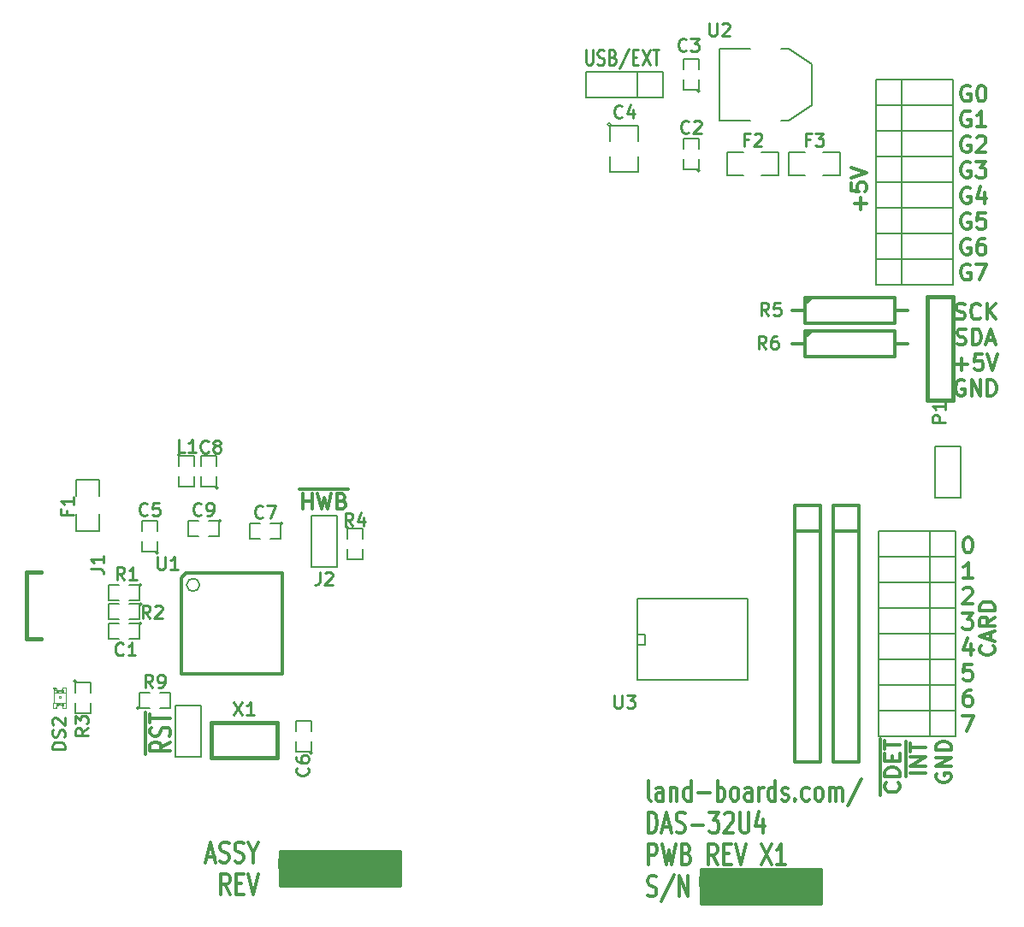
<source format=gto>
G04 (created by PCBNEW (2013-04-19 BZR 4011)-stable) date 05/06/2014 14:59:41*
%MOIN*%
G04 Gerber Fmt 3.4, Leading zero omitted, Abs format*
%FSLAX34Y34*%
G01*
G70*
G90*
G04 APERTURE LIST*
%ADD10C,0*%
%ADD11C,0.012*%
%ADD12C,0.01125*%
%ADD13C,0.025*%
%ADD14C,0.015*%
%ADD15C,0.005*%
%ADD16C,0.0026*%
%ADD17C,0.004*%
%ADD18C,0.002*%
%ADD19C,0.008*%
%ADD20C,0.006*%
%ADD21C,0.01*%
G04 APERTURE END LIST*
G54D10*
G54D11*
X10185Y-21742D02*
X10185Y-21142D01*
X10185Y-21428D02*
X10528Y-21428D01*
X10528Y-21742D02*
X10528Y-21142D01*
X10757Y-21142D02*
X10900Y-21742D01*
X11014Y-21314D01*
X11128Y-21742D01*
X11271Y-21142D01*
X11700Y-21428D02*
X11785Y-21457D01*
X11814Y-21485D01*
X11842Y-21542D01*
X11842Y-21628D01*
X11814Y-21685D01*
X11785Y-21714D01*
X11728Y-21742D01*
X11500Y-21742D01*
X11500Y-21142D01*
X11700Y-21142D01*
X11757Y-21171D01*
X11785Y-21200D01*
X11814Y-21257D01*
X11814Y-21314D01*
X11785Y-21371D01*
X11757Y-21400D01*
X11700Y-21428D01*
X11500Y-21428D01*
X10042Y-20960D02*
X11957Y-20960D01*
X6442Y-35295D02*
X6728Y-35295D01*
X6385Y-35523D02*
X6585Y-34723D01*
X6785Y-35523D01*
X6957Y-35485D02*
X7042Y-35523D01*
X7185Y-35523D01*
X7242Y-35485D01*
X7271Y-35447D01*
X7299Y-35371D01*
X7299Y-35295D01*
X7271Y-35219D01*
X7242Y-35180D01*
X7185Y-35142D01*
X7071Y-35104D01*
X7014Y-35066D01*
X6985Y-35028D01*
X6957Y-34952D01*
X6957Y-34876D01*
X6985Y-34800D01*
X7014Y-34761D01*
X7071Y-34723D01*
X7214Y-34723D01*
X7299Y-34761D01*
X7528Y-35485D02*
X7614Y-35523D01*
X7757Y-35523D01*
X7814Y-35485D01*
X7842Y-35447D01*
X7871Y-35371D01*
X7871Y-35295D01*
X7842Y-35219D01*
X7814Y-35180D01*
X7757Y-35142D01*
X7642Y-35104D01*
X7585Y-35066D01*
X7557Y-35028D01*
X7528Y-34952D01*
X7528Y-34876D01*
X7557Y-34800D01*
X7585Y-34761D01*
X7642Y-34723D01*
X7785Y-34723D01*
X7871Y-34761D01*
X8242Y-35142D02*
X8242Y-35523D01*
X8042Y-34723D02*
X8242Y-35142D01*
X8442Y-34723D01*
X7328Y-36763D02*
X7128Y-36382D01*
X6985Y-36763D02*
X6985Y-35963D01*
X7214Y-35963D01*
X7271Y-36001D01*
X7300Y-36040D01*
X7328Y-36116D01*
X7328Y-36230D01*
X7300Y-36306D01*
X7271Y-36344D01*
X7214Y-36382D01*
X6985Y-36382D01*
X7585Y-36344D02*
X7785Y-36344D01*
X7871Y-36763D02*
X7585Y-36763D01*
X7585Y-35963D01*
X7871Y-35963D01*
X8042Y-35963D02*
X8242Y-36763D01*
X8442Y-35963D01*
X31914Y-10071D02*
X31914Y-9614D01*
X32142Y-9842D02*
X31685Y-9842D01*
X31542Y-9042D02*
X31542Y-9328D01*
X31828Y-9357D01*
X31800Y-9328D01*
X31771Y-9271D01*
X31771Y-9128D01*
X31800Y-9071D01*
X31828Y-9042D01*
X31885Y-9014D01*
X32028Y-9014D01*
X32085Y-9042D01*
X32114Y-9071D01*
X32142Y-9128D01*
X32142Y-9271D01*
X32114Y-9328D01*
X32085Y-9357D01*
X31542Y-8842D02*
X32142Y-8642D01*
X31542Y-8442D01*
X36166Y-5257D02*
X36106Y-5227D01*
X36017Y-5227D01*
X35927Y-5257D01*
X35868Y-5317D01*
X35838Y-5376D01*
X35808Y-5495D01*
X35808Y-5585D01*
X35838Y-5704D01*
X35868Y-5763D01*
X35927Y-5823D01*
X36017Y-5852D01*
X36076Y-5852D01*
X36166Y-5823D01*
X36195Y-5793D01*
X36195Y-5585D01*
X36076Y-5585D01*
X36582Y-5227D02*
X36642Y-5227D01*
X36701Y-5257D01*
X36731Y-5287D01*
X36761Y-5347D01*
X36791Y-5466D01*
X36791Y-5614D01*
X36761Y-5733D01*
X36731Y-5793D01*
X36701Y-5823D01*
X36642Y-5852D01*
X36582Y-5852D01*
X36523Y-5823D01*
X36493Y-5793D01*
X36463Y-5733D01*
X36433Y-5614D01*
X36433Y-5466D01*
X36463Y-5347D01*
X36493Y-5287D01*
X36523Y-5257D01*
X36582Y-5227D01*
X36166Y-6252D02*
X36106Y-6222D01*
X36017Y-6222D01*
X35927Y-6252D01*
X35868Y-6312D01*
X35838Y-6371D01*
X35808Y-6490D01*
X35808Y-6580D01*
X35838Y-6699D01*
X35868Y-6758D01*
X35927Y-6818D01*
X36017Y-6847D01*
X36076Y-6847D01*
X36166Y-6818D01*
X36195Y-6788D01*
X36195Y-6580D01*
X36076Y-6580D01*
X36791Y-6847D02*
X36433Y-6847D01*
X36612Y-6847D02*
X36612Y-6222D01*
X36552Y-6312D01*
X36493Y-6371D01*
X36433Y-6401D01*
X36166Y-7247D02*
X36106Y-7217D01*
X36017Y-7217D01*
X35927Y-7247D01*
X35868Y-7307D01*
X35838Y-7366D01*
X35808Y-7485D01*
X35808Y-7575D01*
X35838Y-7694D01*
X35868Y-7753D01*
X35927Y-7813D01*
X36017Y-7842D01*
X36076Y-7842D01*
X36166Y-7813D01*
X36195Y-7783D01*
X36195Y-7575D01*
X36076Y-7575D01*
X36433Y-7277D02*
X36463Y-7247D01*
X36523Y-7217D01*
X36672Y-7217D01*
X36731Y-7247D01*
X36761Y-7277D01*
X36791Y-7337D01*
X36791Y-7396D01*
X36761Y-7485D01*
X36404Y-7842D01*
X36791Y-7842D01*
X36166Y-8242D02*
X36106Y-8212D01*
X36017Y-8212D01*
X35927Y-8242D01*
X35868Y-8302D01*
X35838Y-8361D01*
X35808Y-8480D01*
X35808Y-8570D01*
X35838Y-8689D01*
X35868Y-8748D01*
X35927Y-8808D01*
X36017Y-8837D01*
X36076Y-8837D01*
X36166Y-8808D01*
X36195Y-8778D01*
X36195Y-8570D01*
X36076Y-8570D01*
X36404Y-8212D02*
X36791Y-8212D01*
X36582Y-8451D01*
X36672Y-8451D01*
X36731Y-8480D01*
X36761Y-8510D01*
X36791Y-8570D01*
X36791Y-8718D01*
X36761Y-8778D01*
X36731Y-8808D01*
X36672Y-8837D01*
X36493Y-8837D01*
X36433Y-8808D01*
X36404Y-8778D01*
X36166Y-9237D02*
X36106Y-9207D01*
X36017Y-9207D01*
X35927Y-9237D01*
X35868Y-9297D01*
X35838Y-9356D01*
X35808Y-9475D01*
X35808Y-9565D01*
X35838Y-9684D01*
X35868Y-9743D01*
X35927Y-9803D01*
X36017Y-9832D01*
X36076Y-9832D01*
X36166Y-9803D01*
X36195Y-9773D01*
X36195Y-9565D01*
X36076Y-9565D01*
X36731Y-9416D02*
X36731Y-9832D01*
X36582Y-9178D02*
X36433Y-9624D01*
X36820Y-9624D01*
X36166Y-10232D02*
X36106Y-10202D01*
X36017Y-10202D01*
X35927Y-10232D01*
X35868Y-10292D01*
X35838Y-10351D01*
X35808Y-10470D01*
X35808Y-10560D01*
X35838Y-10679D01*
X35868Y-10738D01*
X35927Y-10798D01*
X36017Y-10827D01*
X36076Y-10827D01*
X36166Y-10798D01*
X36195Y-10768D01*
X36195Y-10560D01*
X36076Y-10560D01*
X36761Y-10202D02*
X36463Y-10202D01*
X36433Y-10500D01*
X36463Y-10470D01*
X36523Y-10441D01*
X36672Y-10441D01*
X36731Y-10470D01*
X36761Y-10500D01*
X36791Y-10560D01*
X36791Y-10708D01*
X36761Y-10768D01*
X36731Y-10798D01*
X36672Y-10827D01*
X36523Y-10827D01*
X36463Y-10798D01*
X36433Y-10768D01*
X36166Y-11227D02*
X36106Y-11197D01*
X36017Y-11197D01*
X35927Y-11227D01*
X35868Y-11287D01*
X35838Y-11346D01*
X35808Y-11465D01*
X35808Y-11555D01*
X35838Y-11674D01*
X35868Y-11733D01*
X35927Y-11793D01*
X36017Y-11822D01*
X36076Y-11822D01*
X36166Y-11793D01*
X36195Y-11763D01*
X36195Y-11555D01*
X36076Y-11555D01*
X36731Y-11197D02*
X36612Y-11197D01*
X36552Y-11227D01*
X36523Y-11257D01*
X36463Y-11346D01*
X36433Y-11465D01*
X36433Y-11703D01*
X36463Y-11763D01*
X36493Y-11793D01*
X36552Y-11822D01*
X36672Y-11822D01*
X36731Y-11793D01*
X36761Y-11763D01*
X36791Y-11703D01*
X36791Y-11555D01*
X36761Y-11495D01*
X36731Y-11465D01*
X36672Y-11436D01*
X36552Y-11436D01*
X36493Y-11465D01*
X36463Y-11495D01*
X36433Y-11555D01*
X36166Y-12222D02*
X36106Y-12192D01*
X36017Y-12192D01*
X35927Y-12222D01*
X35868Y-12282D01*
X35838Y-12341D01*
X35808Y-12460D01*
X35808Y-12550D01*
X35838Y-12669D01*
X35868Y-12728D01*
X35927Y-12788D01*
X36017Y-12817D01*
X36076Y-12817D01*
X36166Y-12788D01*
X36195Y-12758D01*
X36195Y-12550D01*
X36076Y-12550D01*
X36404Y-12192D02*
X36820Y-12192D01*
X36552Y-12817D01*
X35628Y-14323D02*
X35714Y-14352D01*
X35857Y-14352D01*
X35914Y-14323D01*
X35942Y-14293D01*
X35971Y-14233D01*
X35971Y-14174D01*
X35942Y-14114D01*
X35914Y-14085D01*
X35857Y-14055D01*
X35742Y-14025D01*
X35685Y-13995D01*
X35657Y-13966D01*
X35628Y-13906D01*
X35628Y-13847D01*
X35657Y-13787D01*
X35685Y-13757D01*
X35742Y-13727D01*
X35885Y-13727D01*
X35971Y-13757D01*
X36571Y-14293D02*
X36542Y-14323D01*
X36457Y-14352D01*
X36400Y-14352D01*
X36314Y-14323D01*
X36257Y-14263D01*
X36228Y-14204D01*
X36200Y-14085D01*
X36200Y-13995D01*
X36228Y-13876D01*
X36257Y-13817D01*
X36314Y-13757D01*
X36400Y-13727D01*
X36457Y-13727D01*
X36542Y-13757D01*
X36571Y-13787D01*
X36828Y-14352D02*
X36828Y-13727D01*
X37171Y-14352D02*
X36914Y-13995D01*
X37171Y-13727D02*
X36828Y-14085D01*
X35671Y-15318D02*
X35757Y-15347D01*
X35900Y-15347D01*
X35957Y-15318D01*
X35985Y-15288D01*
X36014Y-15228D01*
X36014Y-15169D01*
X35985Y-15109D01*
X35957Y-15080D01*
X35900Y-15050D01*
X35785Y-15020D01*
X35728Y-14990D01*
X35700Y-14961D01*
X35671Y-14901D01*
X35671Y-14842D01*
X35700Y-14782D01*
X35728Y-14752D01*
X35785Y-14722D01*
X35928Y-14722D01*
X36014Y-14752D01*
X36271Y-15347D02*
X36271Y-14722D01*
X36414Y-14722D01*
X36500Y-14752D01*
X36557Y-14812D01*
X36585Y-14871D01*
X36614Y-14990D01*
X36614Y-15080D01*
X36585Y-15199D01*
X36557Y-15258D01*
X36500Y-15318D01*
X36414Y-15347D01*
X36271Y-15347D01*
X36842Y-15169D02*
X37128Y-15169D01*
X36785Y-15347D02*
X36985Y-14722D01*
X37185Y-15347D01*
X35628Y-16104D02*
X36085Y-16104D01*
X35857Y-16342D02*
X35857Y-15866D01*
X36657Y-15717D02*
X36371Y-15717D01*
X36342Y-16015D01*
X36371Y-15985D01*
X36428Y-15956D01*
X36571Y-15956D01*
X36628Y-15985D01*
X36657Y-16015D01*
X36685Y-16075D01*
X36685Y-16223D01*
X36657Y-16283D01*
X36628Y-16313D01*
X36571Y-16342D01*
X36428Y-16342D01*
X36371Y-16313D01*
X36342Y-16283D01*
X36857Y-15717D02*
X37057Y-16342D01*
X37257Y-15717D01*
X35942Y-16742D02*
X35885Y-16712D01*
X35800Y-16712D01*
X35714Y-16742D01*
X35657Y-16802D01*
X35628Y-16861D01*
X35600Y-16980D01*
X35600Y-17070D01*
X35628Y-17189D01*
X35657Y-17248D01*
X35714Y-17308D01*
X35800Y-17337D01*
X35857Y-17337D01*
X35942Y-17308D01*
X35971Y-17278D01*
X35971Y-17070D01*
X35857Y-17070D01*
X36228Y-17337D02*
X36228Y-16712D01*
X36571Y-17337D01*
X36571Y-16712D01*
X36857Y-17337D02*
X36857Y-16712D01*
X37000Y-16712D01*
X37085Y-16742D01*
X37142Y-16802D01*
X37171Y-16861D01*
X37200Y-16980D01*
X37200Y-17070D01*
X37171Y-17189D01*
X37142Y-17248D01*
X37085Y-17308D01*
X37000Y-17337D01*
X36857Y-17337D01*
X37085Y-27071D02*
X37114Y-27100D01*
X37142Y-27185D01*
X37142Y-27242D01*
X37114Y-27328D01*
X37057Y-27385D01*
X37000Y-27414D01*
X36885Y-27442D01*
X36800Y-27442D01*
X36685Y-27414D01*
X36628Y-27385D01*
X36571Y-27328D01*
X36542Y-27242D01*
X36542Y-27185D01*
X36571Y-27100D01*
X36600Y-27071D01*
X36971Y-26842D02*
X36971Y-26557D01*
X37142Y-26900D02*
X36542Y-26700D01*
X37142Y-26500D01*
X37142Y-25957D02*
X36857Y-26157D01*
X37142Y-26300D02*
X36542Y-26300D01*
X36542Y-26071D01*
X36571Y-26014D01*
X36600Y-25985D01*
X36657Y-25957D01*
X36742Y-25957D01*
X36800Y-25985D01*
X36828Y-26014D01*
X36857Y-26071D01*
X36857Y-26300D01*
X37142Y-25700D02*
X36542Y-25700D01*
X36542Y-25557D01*
X36571Y-25471D01*
X36628Y-25414D01*
X36685Y-25385D01*
X36800Y-25357D01*
X36885Y-25357D01*
X37000Y-25385D01*
X37057Y-25414D01*
X37114Y-25471D01*
X37142Y-25557D01*
X37142Y-25700D01*
X36070Y-22827D02*
X36129Y-22827D01*
X36189Y-22857D01*
X36219Y-22887D01*
X36248Y-22947D01*
X36278Y-23066D01*
X36278Y-23214D01*
X36248Y-23333D01*
X36219Y-23393D01*
X36189Y-23423D01*
X36129Y-23452D01*
X36070Y-23452D01*
X36010Y-23423D01*
X35980Y-23393D01*
X35951Y-23333D01*
X35921Y-23214D01*
X35921Y-23066D01*
X35951Y-22947D01*
X35980Y-22887D01*
X36010Y-22857D01*
X36070Y-22827D01*
X36278Y-24447D02*
X35921Y-24447D01*
X36100Y-24447D02*
X36100Y-23822D01*
X36040Y-23912D01*
X35980Y-23971D01*
X35921Y-24001D01*
X35921Y-24877D02*
X35951Y-24847D01*
X36010Y-24817D01*
X36159Y-24817D01*
X36219Y-24847D01*
X36248Y-24877D01*
X36278Y-24937D01*
X36278Y-24996D01*
X36248Y-25085D01*
X35891Y-25442D01*
X36278Y-25442D01*
X35891Y-25812D02*
X36278Y-25812D01*
X36070Y-26051D01*
X36159Y-26051D01*
X36219Y-26080D01*
X36248Y-26110D01*
X36278Y-26170D01*
X36278Y-26318D01*
X36248Y-26378D01*
X36219Y-26408D01*
X36159Y-26437D01*
X35980Y-26437D01*
X35921Y-26408D01*
X35891Y-26378D01*
X36219Y-27016D02*
X36219Y-27432D01*
X36070Y-26778D02*
X35921Y-27224D01*
X36308Y-27224D01*
X36248Y-27802D02*
X35951Y-27802D01*
X35921Y-28100D01*
X35951Y-28070D01*
X36010Y-28041D01*
X36159Y-28041D01*
X36219Y-28070D01*
X36248Y-28100D01*
X36278Y-28160D01*
X36278Y-28308D01*
X36248Y-28368D01*
X36219Y-28398D01*
X36159Y-28427D01*
X36010Y-28427D01*
X35951Y-28398D01*
X35921Y-28368D01*
X36219Y-28797D02*
X36100Y-28797D01*
X36040Y-28827D01*
X36010Y-28857D01*
X35951Y-28946D01*
X35921Y-29065D01*
X35921Y-29303D01*
X35951Y-29363D01*
X35980Y-29393D01*
X36040Y-29422D01*
X36159Y-29422D01*
X36219Y-29393D01*
X36248Y-29363D01*
X36278Y-29303D01*
X36278Y-29155D01*
X36248Y-29095D01*
X36219Y-29065D01*
X36159Y-29036D01*
X36040Y-29036D01*
X35980Y-29065D01*
X35951Y-29095D01*
X35921Y-29155D01*
X35891Y-29792D02*
X36308Y-29792D01*
X36040Y-30417D01*
X34871Y-32057D02*
X34842Y-32114D01*
X34842Y-32199D01*
X34871Y-32285D01*
X34928Y-32342D01*
X34985Y-32371D01*
X35100Y-32399D01*
X35185Y-32399D01*
X35300Y-32371D01*
X35357Y-32342D01*
X35414Y-32285D01*
X35442Y-32199D01*
X35442Y-32142D01*
X35414Y-32057D01*
X35385Y-32028D01*
X35185Y-32028D01*
X35185Y-32142D01*
X35442Y-31771D02*
X34842Y-31771D01*
X35442Y-31428D01*
X34842Y-31428D01*
X35442Y-31142D02*
X34842Y-31142D01*
X34842Y-31000D01*
X34871Y-30914D01*
X34928Y-30857D01*
X34985Y-30828D01*
X35100Y-30800D01*
X35185Y-30800D01*
X35300Y-30828D01*
X35357Y-30857D01*
X35414Y-30914D01*
X35442Y-31000D01*
X35442Y-31142D01*
X34442Y-32042D02*
X33842Y-32042D01*
X34442Y-31757D02*
X33842Y-31757D01*
X34442Y-31414D01*
X33842Y-31414D01*
X33842Y-31214D02*
X33842Y-30871D01*
X34442Y-31042D02*
X33842Y-31042D01*
X33660Y-32185D02*
X33660Y-30814D01*
X33385Y-32414D02*
X33414Y-32442D01*
X33442Y-32528D01*
X33442Y-32585D01*
X33414Y-32671D01*
X33357Y-32728D01*
X33300Y-32757D01*
X33185Y-32785D01*
X33100Y-32785D01*
X32985Y-32757D01*
X32928Y-32728D01*
X32871Y-32671D01*
X32842Y-32585D01*
X32842Y-32528D01*
X32871Y-32442D01*
X32900Y-32414D01*
X33442Y-32157D02*
X32842Y-32157D01*
X32842Y-32014D01*
X32871Y-31928D01*
X32928Y-31871D01*
X32985Y-31842D01*
X33100Y-31814D01*
X33185Y-31814D01*
X33300Y-31842D01*
X33357Y-31871D01*
X33414Y-31928D01*
X33442Y-32014D01*
X33442Y-32157D01*
X33128Y-31557D02*
X33128Y-31357D01*
X33442Y-31271D02*
X33442Y-31557D01*
X32842Y-31557D01*
X32842Y-31271D01*
X32842Y-31100D02*
X32842Y-30757D01*
X33442Y-30928D02*
X32842Y-30928D01*
X32660Y-32900D02*
X32660Y-30700D01*
X5023Y-30828D02*
X4642Y-31028D01*
X5023Y-31171D02*
X4223Y-31171D01*
X4223Y-30942D01*
X4261Y-30885D01*
X4300Y-30857D01*
X4376Y-30828D01*
X4490Y-30828D01*
X4566Y-30857D01*
X4604Y-30885D01*
X4642Y-30942D01*
X4642Y-31171D01*
X4985Y-30600D02*
X5023Y-30514D01*
X5023Y-30371D01*
X4985Y-30314D01*
X4947Y-30285D01*
X4871Y-30257D01*
X4795Y-30257D01*
X4719Y-30285D01*
X4680Y-30314D01*
X4642Y-30371D01*
X4604Y-30485D01*
X4566Y-30542D01*
X4528Y-30571D01*
X4452Y-30600D01*
X4376Y-30600D01*
X4300Y-30571D01*
X4261Y-30542D01*
X4223Y-30485D01*
X4223Y-30342D01*
X4261Y-30257D01*
X4223Y-30085D02*
X4223Y-29742D01*
X5023Y-29914D02*
X4223Y-29914D01*
X4040Y-31314D02*
X4040Y-29685D01*
G54D12*
X21207Y-3842D02*
X21207Y-4328D01*
X21228Y-4385D01*
X21250Y-4414D01*
X21292Y-4442D01*
X21378Y-4442D01*
X21421Y-4414D01*
X21442Y-4385D01*
X21464Y-4328D01*
X21464Y-3842D01*
X21657Y-4414D02*
X21721Y-4442D01*
X21828Y-4442D01*
X21871Y-4414D01*
X21892Y-4385D01*
X21914Y-4328D01*
X21914Y-4271D01*
X21892Y-4214D01*
X21871Y-4185D01*
X21828Y-4157D01*
X21742Y-4128D01*
X21700Y-4100D01*
X21678Y-4071D01*
X21657Y-4014D01*
X21657Y-3957D01*
X21678Y-3900D01*
X21700Y-3871D01*
X21742Y-3842D01*
X21850Y-3842D01*
X21914Y-3871D01*
X22257Y-4128D02*
X22321Y-4157D01*
X22342Y-4185D01*
X22364Y-4242D01*
X22364Y-4328D01*
X22342Y-4385D01*
X22321Y-4414D01*
X22278Y-4442D01*
X22107Y-4442D01*
X22107Y-3842D01*
X22257Y-3842D01*
X22300Y-3871D01*
X22321Y-3900D01*
X22342Y-3957D01*
X22342Y-4014D01*
X22321Y-4071D01*
X22300Y-4100D01*
X22257Y-4128D01*
X22107Y-4128D01*
X22878Y-3814D02*
X22492Y-4585D01*
X23028Y-4128D02*
X23178Y-4128D01*
X23242Y-4442D02*
X23028Y-4442D01*
X23028Y-3842D01*
X23242Y-3842D01*
X23392Y-3842D02*
X23692Y-4442D01*
X23692Y-3842D02*
X23392Y-4442D01*
X23800Y-3842D02*
X24057Y-3842D01*
X23928Y-4442D02*
X23928Y-3842D01*
G54D11*
X23728Y-33123D02*
X23671Y-33085D01*
X23642Y-33009D01*
X23642Y-32323D01*
X24214Y-33123D02*
X24214Y-32704D01*
X24185Y-32628D01*
X24128Y-32590D01*
X24014Y-32590D01*
X23957Y-32628D01*
X24214Y-33085D02*
X24157Y-33123D01*
X24014Y-33123D01*
X23957Y-33085D01*
X23928Y-33009D01*
X23928Y-32933D01*
X23957Y-32857D01*
X24014Y-32819D01*
X24157Y-32819D01*
X24214Y-32780D01*
X24500Y-32590D02*
X24500Y-33123D01*
X24500Y-32666D02*
X24528Y-32628D01*
X24585Y-32590D01*
X24671Y-32590D01*
X24728Y-32628D01*
X24757Y-32704D01*
X24757Y-33123D01*
X25300Y-33123D02*
X25300Y-32323D01*
X25300Y-33085D02*
X25242Y-33123D01*
X25128Y-33123D01*
X25071Y-33085D01*
X25042Y-33047D01*
X25014Y-32971D01*
X25014Y-32742D01*
X25042Y-32666D01*
X25071Y-32628D01*
X25128Y-32590D01*
X25242Y-32590D01*
X25300Y-32628D01*
X25585Y-32819D02*
X26042Y-32819D01*
X26328Y-33123D02*
X26328Y-32323D01*
X26328Y-32628D02*
X26385Y-32590D01*
X26500Y-32590D01*
X26557Y-32628D01*
X26585Y-32666D01*
X26614Y-32742D01*
X26614Y-32971D01*
X26585Y-33047D01*
X26557Y-33085D01*
X26500Y-33123D01*
X26385Y-33123D01*
X26328Y-33085D01*
X26957Y-33123D02*
X26900Y-33085D01*
X26871Y-33047D01*
X26842Y-32971D01*
X26842Y-32742D01*
X26871Y-32666D01*
X26900Y-32628D01*
X26957Y-32590D01*
X27042Y-32590D01*
X27100Y-32628D01*
X27128Y-32666D01*
X27157Y-32742D01*
X27157Y-32971D01*
X27128Y-33047D01*
X27100Y-33085D01*
X27042Y-33123D01*
X26957Y-33123D01*
X27671Y-33123D02*
X27671Y-32704D01*
X27642Y-32628D01*
X27585Y-32590D01*
X27471Y-32590D01*
X27414Y-32628D01*
X27671Y-33085D02*
X27614Y-33123D01*
X27471Y-33123D01*
X27414Y-33085D01*
X27385Y-33009D01*
X27385Y-32933D01*
X27414Y-32857D01*
X27471Y-32819D01*
X27614Y-32819D01*
X27671Y-32780D01*
X27957Y-33123D02*
X27957Y-32590D01*
X27957Y-32742D02*
X27985Y-32666D01*
X28014Y-32628D01*
X28071Y-32590D01*
X28128Y-32590D01*
X28585Y-33123D02*
X28585Y-32323D01*
X28585Y-33085D02*
X28528Y-33123D01*
X28414Y-33123D01*
X28357Y-33085D01*
X28328Y-33047D01*
X28300Y-32971D01*
X28300Y-32742D01*
X28328Y-32666D01*
X28357Y-32628D01*
X28414Y-32590D01*
X28528Y-32590D01*
X28585Y-32628D01*
X28842Y-33085D02*
X28900Y-33123D01*
X29014Y-33123D01*
X29071Y-33085D01*
X29100Y-33009D01*
X29100Y-32971D01*
X29071Y-32895D01*
X29014Y-32857D01*
X28928Y-32857D01*
X28871Y-32819D01*
X28842Y-32742D01*
X28842Y-32704D01*
X28871Y-32628D01*
X28928Y-32590D01*
X29014Y-32590D01*
X29071Y-32628D01*
X29357Y-33047D02*
X29385Y-33085D01*
X29357Y-33123D01*
X29328Y-33085D01*
X29357Y-33047D01*
X29357Y-33123D01*
X29899Y-33085D02*
X29842Y-33123D01*
X29728Y-33123D01*
X29671Y-33085D01*
X29642Y-33047D01*
X29614Y-32971D01*
X29614Y-32742D01*
X29642Y-32666D01*
X29671Y-32628D01*
X29728Y-32590D01*
X29842Y-32590D01*
X29899Y-32628D01*
X30242Y-33123D02*
X30185Y-33085D01*
X30157Y-33047D01*
X30128Y-32971D01*
X30128Y-32742D01*
X30157Y-32666D01*
X30185Y-32628D01*
X30242Y-32590D01*
X30328Y-32590D01*
X30385Y-32628D01*
X30414Y-32666D01*
X30442Y-32742D01*
X30442Y-32971D01*
X30414Y-33047D01*
X30385Y-33085D01*
X30328Y-33123D01*
X30242Y-33123D01*
X30699Y-33123D02*
X30699Y-32590D01*
X30699Y-32666D02*
X30728Y-32628D01*
X30785Y-32590D01*
X30871Y-32590D01*
X30928Y-32628D01*
X30957Y-32704D01*
X30957Y-33123D01*
X30957Y-32704D02*
X30985Y-32628D01*
X31042Y-32590D01*
X31128Y-32590D01*
X31185Y-32628D01*
X31214Y-32704D01*
X31214Y-33123D01*
X31928Y-32285D02*
X31414Y-33314D01*
X23642Y-34363D02*
X23642Y-33563D01*
X23785Y-33563D01*
X23871Y-33601D01*
X23928Y-33678D01*
X23957Y-33754D01*
X23985Y-33906D01*
X23985Y-34020D01*
X23957Y-34173D01*
X23928Y-34249D01*
X23871Y-34325D01*
X23785Y-34363D01*
X23642Y-34363D01*
X24214Y-34135D02*
X24500Y-34135D01*
X24157Y-34363D02*
X24357Y-33563D01*
X24557Y-34363D01*
X24728Y-34325D02*
X24814Y-34363D01*
X24957Y-34363D01*
X25014Y-34325D01*
X25042Y-34287D01*
X25071Y-34211D01*
X25071Y-34135D01*
X25042Y-34059D01*
X25014Y-34020D01*
X24957Y-33982D01*
X24842Y-33944D01*
X24785Y-33906D01*
X24757Y-33868D01*
X24728Y-33792D01*
X24728Y-33716D01*
X24757Y-33640D01*
X24785Y-33601D01*
X24842Y-33563D01*
X24985Y-33563D01*
X25071Y-33601D01*
X25328Y-34059D02*
X25785Y-34059D01*
X26014Y-33563D02*
X26385Y-33563D01*
X26185Y-33868D01*
X26271Y-33868D01*
X26328Y-33906D01*
X26357Y-33944D01*
X26385Y-34020D01*
X26385Y-34211D01*
X26357Y-34287D01*
X26328Y-34325D01*
X26271Y-34363D01*
X26100Y-34363D01*
X26042Y-34325D01*
X26014Y-34287D01*
X26614Y-33640D02*
X26642Y-33601D01*
X26700Y-33563D01*
X26842Y-33563D01*
X26900Y-33601D01*
X26928Y-33640D01*
X26957Y-33716D01*
X26957Y-33792D01*
X26928Y-33906D01*
X26585Y-34363D01*
X26957Y-34363D01*
X27214Y-33563D02*
X27214Y-34211D01*
X27242Y-34287D01*
X27271Y-34325D01*
X27328Y-34363D01*
X27442Y-34363D01*
X27500Y-34325D01*
X27528Y-34287D01*
X27557Y-34211D01*
X27557Y-33563D01*
X28100Y-33830D02*
X28100Y-34363D01*
X27957Y-33525D02*
X27814Y-34097D01*
X28185Y-34097D01*
X23642Y-35603D02*
X23642Y-34803D01*
X23871Y-34803D01*
X23928Y-34841D01*
X23957Y-34880D01*
X23985Y-34956D01*
X23985Y-35070D01*
X23957Y-35146D01*
X23928Y-35184D01*
X23871Y-35222D01*
X23642Y-35222D01*
X24185Y-34803D02*
X24328Y-35603D01*
X24442Y-35032D01*
X24557Y-35603D01*
X24700Y-34803D01*
X25128Y-35184D02*
X25214Y-35222D01*
X25242Y-35260D01*
X25271Y-35337D01*
X25271Y-35451D01*
X25242Y-35527D01*
X25214Y-35565D01*
X25157Y-35603D01*
X24928Y-35603D01*
X24928Y-34803D01*
X25128Y-34803D01*
X25185Y-34841D01*
X25214Y-34880D01*
X25242Y-34956D01*
X25242Y-35032D01*
X25214Y-35108D01*
X25185Y-35146D01*
X25128Y-35184D01*
X24928Y-35184D01*
X26328Y-35603D02*
X26128Y-35222D01*
X25985Y-35603D02*
X25985Y-34803D01*
X26214Y-34803D01*
X26271Y-34841D01*
X26300Y-34880D01*
X26328Y-34956D01*
X26328Y-35070D01*
X26300Y-35146D01*
X26271Y-35184D01*
X26214Y-35222D01*
X25985Y-35222D01*
X26585Y-35184D02*
X26785Y-35184D01*
X26871Y-35603D02*
X26585Y-35603D01*
X26585Y-34803D01*
X26871Y-34803D01*
X27042Y-34803D02*
X27242Y-35603D01*
X27442Y-34803D01*
X28042Y-34803D02*
X28442Y-35603D01*
X28442Y-34803D02*
X28042Y-35603D01*
X28985Y-35603D02*
X28642Y-35603D01*
X28814Y-35603D02*
X28814Y-34803D01*
X28757Y-34918D01*
X28700Y-34994D01*
X28642Y-35032D01*
X23614Y-36805D02*
X23700Y-36843D01*
X23842Y-36843D01*
X23900Y-36805D01*
X23928Y-36767D01*
X23957Y-36691D01*
X23957Y-36615D01*
X23928Y-36539D01*
X23900Y-36500D01*
X23842Y-36462D01*
X23728Y-36424D01*
X23671Y-36386D01*
X23642Y-36348D01*
X23614Y-36272D01*
X23614Y-36196D01*
X23642Y-36120D01*
X23671Y-36081D01*
X23728Y-36043D01*
X23871Y-36043D01*
X23957Y-36081D01*
X24642Y-36005D02*
X24128Y-37034D01*
X24842Y-36843D02*
X24842Y-36043D01*
X25185Y-36843D01*
X25185Y-36043D01*
G54D13*
X13900Y-36200D02*
X9400Y-36200D01*
X9400Y-36200D02*
X9400Y-35950D01*
X9400Y-35950D02*
X13900Y-35950D01*
X13900Y-35950D02*
X13900Y-35700D01*
X13900Y-35700D02*
X9350Y-35700D01*
X9350Y-35700D02*
X9350Y-35450D01*
X9350Y-35450D02*
X13900Y-35450D01*
X13900Y-35450D02*
X13900Y-35250D01*
X13900Y-35250D02*
X9400Y-35250D01*
G54D14*
X9300Y-36400D02*
X13950Y-36400D01*
X13950Y-36400D02*
X13950Y-35100D01*
X13950Y-35100D02*
X9300Y-35100D01*
X9300Y-35100D02*
X9300Y-36400D01*
X-600Y-24201D02*
X-9Y-24201D01*
X-600Y-26799D02*
X-9Y-26799D01*
X-600Y-24201D02*
X-600Y-26799D01*
G54D15*
X3900Y-24700D02*
G75*
G03X3900Y-24700I-50J0D01*
G74*
G01*
X3400Y-24700D02*
X3800Y-24700D01*
X3800Y-24700D02*
X3800Y-25300D01*
X3800Y-25300D02*
X3400Y-25300D01*
X3000Y-25300D02*
X2600Y-25300D01*
X2600Y-25300D02*
X2600Y-24700D01*
X2600Y-24700D02*
X3000Y-24700D01*
X3900Y-25450D02*
G75*
G03X3900Y-25450I-50J0D01*
G74*
G01*
X3400Y-25450D02*
X3800Y-25450D01*
X3800Y-25450D02*
X3800Y-26050D01*
X3800Y-26050D02*
X3400Y-26050D01*
X3000Y-26050D02*
X2600Y-26050D01*
X2600Y-26050D02*
X2600Y-25450D01*
X2600Y-25450D02*
X3000Y-25450D01*
X1350Y-28450D02*
G75*
G03X1350Y-28450I-50J0D01*
G74*
G01*
X1300Y-28900D02*
X1300Y-28500D01*
X1300Y-28500D02*
X1900Y-28500D01*
X1900Y-28500D02*
X1900Y-28900D01*
X1900Y-29300D02*
X1900Y-29700D01*
X1900Y-29700D02*
X1300Y-29700D01*
X1300Y-29700D02*
X1300Y-29300D01*
X3800Y-29500D02*
G75*
G03X3800Y-29500I-50J0D01*
G74*
G01*
X4200Y-29500D02*
X3800Y-29500D01*
X3800Y-29500D02*
X3800Y-28900D01*
X3800Y-28900D02*
X4200Y-28900D01*
X4600Y-28900D02*
X5000Y-28900D01*
X5000Y-28900D02*
X5000Y-29500D01*
X5000Y-29500D02*
X4600Y-29500D01*
G54D16*
X818Y-28904D02*
X946Y-28904D01*
X946Y-28904D02*
X946Y-28707D01*
X818Y-28707D02*
X946Y-28707D01*
X818Y-28904D02*
X818Y-28707D01*
X573Y-28904D02*
X632Y-28904D01*
X632Y-28904D02*
X632Y-28805D01*
X573Y-28805D02*
X632Y-28805D01*
X573Y-28904D02*
X573Y-28805D01*
X768Y-28904D02*
X827Y-28904D01*
X827Y-28904D02*
X827Y-28805D01*
X768Y-28805D02*
X827Y-28805D01*
X768Y-28904D02*
X768Y-28805D01*
X622Y-28904D02*
X778Y-28904D01*
X778Y-28904D02*
X778Y-28835D01*
X622Y-28835D02*
X778Y-28835D01*
X622Y-28904D02*
X622Y-28835D01*
X818Y-29493D02*
X946Y-29493D01*
X946Y-29493D02*
X946Y-29296D01*
X818Y-29296D02*
X946Y-29296D01*
X818Y-29493D02*
X818Y-29296D01*
X454Y-29493D02*
X582Y-29493D01*
X582Y-29493D02*
X582Y-29296D01*
X454Y-29296D02*
X582Y-29296D01*
X454Y-29493D02*
X454Y-29296D01*
X768Y-29395D02*
X827Y-29395D01*
X827Y-29395D02*
X827Y-29296D01*
X768Y-29296D02*
X827Y-29296D01*
X768Y-29395D02*
X768Y-29296D01*
X573Y-29395D02*
X632Y-29395D01*
X632Y-29395D02*
X632Y-29296D01*
X573Y-29296D02*
X632Y-29296D01*
X573Y-29395D02*
X573Y-29296D01*
X622Y-29365D02*
X778Y-29365D01*
X778Y-29365D02*
X778Y-29296D01*
X622Y-29296D02*
X778Y-29296D01*
X622Y-29365D02*
X622Y-29296D01*
X661Y-29100D02*
X739Y-29100D01*
X739Y-29100D02*
X739Y-29022D01*
X661Y-29022D02*
X739Y-29022D01*
X661Y-29100D02*
X661Y-29022D01*
X464Y-28904D02*
X582Y-28904D01*
X582Y-28904D02*
X582Y-28786D01*
X464Y-28786D02*
X582Y-28786D01*
X464Y-28904D02*
X464Y-28786D01*
X454Y-28736D02*
X543Y-28736D01*
X543Y-28736D02*
X543Y-28707D01*
X454Y-28707D02*
X543Y-28707D01*
X454Y-28736D02*
X454Y-28707D01*
G54D17*
X926Y-28894D02*
X926Y-29306D01*
X474Y-29296D02*
X474Y-28736D01*
G54D18*
X551Y-28766D02*
G75*
G03X551Y-28766I-28J0D01*
G74*
G01*
G54D17*
X563Y-28707D02*
G75*
G03X837Y-28707I137J0D01*
G74*
G01*
X837Y-29493D02*
G75*
G03X563Y-29493I-137J0D01*
G74*
G01*
G54D15*
X3900Y-26200D02*
G75*
G03X3900Y-26200I-50J0D01*
G74*
G01*
X3400Y-26200D02*
X3800Y-26200D01*
X3800Y-26200D02*
X3800Y-26800D01*
X3800Y-26800D02*
X3400Y-26800D01*
X3000Y-26800D02*
X2600Y-26800D01*
X2600Y-26800D02*
X2600Y-26200D01*
X2600Y-26200D02*
X3000Y-26200D01*
X22170Y-6750D02*
G75*
G03X22170Y-6750I-70J0D01*
G74*
G01*
X23250Y-7400D02*
X23250Y-6800D01*
X23250Y-6800D02*
X22150Y-6800D01*
X22150Y-6800D02*
X22150Y-7400D01*
X22150Y-8000D02*
X22150Y-8600D01*
X22150Y-8600D02*
X23250Y-8600D01*
X23250Y-8600D02*
X23250Y-8000D01*
X4550Y-23450D02*
G75*
G03X4550Y-23450I-50J0D01*
G74*
G01*
X4500Y-23000D02*
X4500Y-23400D01*
X4500Y-23400D02*
X3900Y-23400D01*
X3900Y-23400D02*
X3900Y-23000D01*
X3900Y-22600D02*
X3900Y-22200D01*
X3900Y-22200D02*
X4500Y-22200D01*
X4500Y-22200D02*
X4500Y-22600D01*
X2250Y-20600D02*
X1350Y-20600D01*
X1350Y-20600D02*
X1350Y-21250D01*
X2250Y-21950D02*
X2250Y-22600D01*
X2250Y-22600D02*
X1350Y-22600D01*
X1350Y-22600D02*
X1350Y-21950D01*
X2250Y-21250D02*
X2250Y-20600D01*
G54D11*
X9370Y-24230D02*
X9370Y-28170D01*
X9370Y-28170D02*
X5430Y-28170D01*
X5430Y-24420D02*
X5430Y-28170D01*
X5620Y-24230D02*
X9370Y-24230D01*
X5430Y-24420D02*
X5620Y-24230D01*
G54D19*
X6150Y-24700D02*
G75*
G03X6150Y-24700I-250J0D01*
G74*
G01*
G54D14*
X9180Y-31439D02*
X6620Y-31439D01*
X6620Y-31439D02*
X6620Y-30061D01*
X6620Y-30061D02*
X9180Y-30061D01*
X9180Y-30061D02*
X9180Y-31439D01*
G54D15*
X25650Y-5450D02*
G75*
G03X25650Y-5450I-50J0D01*
G74*
G01*
X25600Y-5000D02*
X25600Y-5400D01*
X25600Y-5400D02*
X25000Y-5400D01*
X25000Y-5400D02*
X25000Y-5000D01*
X25000Y-4600D02*
X25000Y-4200D01*
X25000Y-4200D02*
X25600Y-4200D01*
X25600Y-4200D02*
X25600Y-4600D01*
X25650Y-8550D02*
G75*
G03X25650Y-8550I-50J0D01*
G74*
G01*
X25600Y-8100D02*
X25600Y-8500D01*
X25600Y-8500D02*
X25000Y-8500D01*
X25000Y-8500D02*
X25000Y-8100D01*
X25000Y-7700D02*
X25000Y-7300D01*
X25000Y-7300D02*
X25600Y-7300D01*
X25600Y-7300D02*
X25600Y-7700D01*
G54D19*
X27600Y-3800D02*
X26400Y-3800D01*
X26400Y-3800D02*
X26400Y-6600D01*
X26400Y-6600D02*
X27600Y-6600D01*
X28800Y-3800D02*
X29100Y-3800D01*
X29100Y-3800D02*
X30000Y-4400D01*
X30000Y-4400D02*
X30000Y-6000D01*
X30000Y-6000D02*
X29100Y-6600D01*
X29100Y-6600D02*
X28800Y-6600D01*
G54D20*
X24200Y-4700D02*
X24200Y-5700D01*
X24200Y-5700D02*
X21200Y-5700D01*
X21200Y-5700D02*
X21200Y-4700D01*
X21200Y-4700D02*
X24200Y-4700D01*
X23200Y-5700D02*
X23200Y-4700D01*
X35800Y-21300D02*
X34800Y-21300D01*
X34800Y-21300D02*
X34800Y-19300D01*
X34800Y-19300D02*
X35800Y-19300D01*
X35800Y-19300D02*
X35800Y-21300D01*
X5200Y-29400D02*
X6200Y-29400D01*
X6200Y-29400D02*
X6200Y-31400D01*
X6200Y-31400D02*
X5200Y-31400D01*
X5200Y-31400D02*
X5200Y-29400D01*
G54D15*
X11950Y-22450D02*
G75*
G03X11950Y-22450I-50J0D01*
G74*
G01*
X11900Y-22900D02*
X11900Y-22500D01*
X11900Y-22500D02*
X12500Y-22500D01*
X12500Y-22500D02*
X12500Y-22900D01*
X12500Y-23300D02*
X12500Y-23700D01*
X12500Y-23700D02*
X11900Y-23700D01*
X11900Y-23700D02*
X11900Y-23300D01*
G54D13*
X30300Y-36900D02*
X25800Y-36900D01*
X25800Y-36900D02*
X25800Y-36650D01*
X25800Y-36650D02*
X30300Y-36650D01*
X30300Y-36650D02*
X30300Y-36400D01*
X30300Y-36400D02*
X25750Y-36400D01*
X25750Y-36400D02*
X25750Y-36150D01*
X25750Y-36150D02*
X30300Y-36150D01*
X30300Y-36150D02*
X30300Y-35950D01*
X30300Y-35950D02*
X25800Y-35950D01*
G54D14*
X25700Y-37100D02*
X30350Y-37100D01*
X30350Y-37100D02*
X30350Y-35800D01*
X30350Y-35800D02*
X25700Y-35800D01*
X25700Y-35800D02*
X25700Y-37100D01*
G54D15*
X10550Y-31250D02*
G75*
G03X10550Y-31250I-50J0D01*
G74*
G01*
X10500Y-30800D02*
X10500Y-31200D01*
X10500Y-31200D02*
X9900Y-31200D01*
X9900Y-31200D02*
X9900Y-30800D01*
X9900Y-30400D02*
X9900Y-30000D01*
X9900Y-30000D02*
X10500Y-30000D01*
X10500Y-30000D02*
X10500Y-30400D01*
X9400Y-22300D02*
G75*
G03X9400Y-22300I-50J0D01*
G74*
G01*
X8900Y-22300D02*
X9300Y-22300D01*
X9300Y-22300D02*
X9300Y-22900D01*
X9300Y-22900D02*
X8900Y-22900D01*
X8500Y-22900D02*
X8100Y-22900D01*
X8100Y-22900D02*
X8100Y-22300D01*
X8100Y-22300D02*
X8500Y-22300D01*
X5390Y-19630D02*
G75*
G03X5390Y-19630I-50J0D01*
G74*
G01*
X5340Y-20080D02*
X5340Y-19680D01*
X5340Y-19680D02*
X5940Y-19680D01*
X5940Y-19680D02*
X5940Y-20080D01*
X5940Y-20480D02*
X5940Y-20880D01*
X5940Y-20880D02*
X5340Y-20880D01*
X5340Y-20880D02*
X5340Y-20480D01*
X6870Y-20930D02*
G75*
G03X6870Y-20930I-50J0D01*
G74*
G01*
X6820Y-20480D02*
X6820Y-20880D01*
X6820Y-20880D02*
X6220Y-20880D01*
X6220Y-20880D02*
X6220Y-20480D01*
X6220Y-20080D02*
X6220Y-19680D01*
X6220Y-19680D02*
X6820Y-19680D01*
X6820Y-19680D02*
X6820Y-20080D01*
X7000Y-22200D02*
G75*
G03X7000Y-22200I-50J0D01*
G74*
G01*
X6500Y-22200D02*
X6900Y-22200D01*
X6900Y-22200D02*
X6900Y-22800D01*
X6900Y-22800D02*
X6500Y-22800D01*
X6100Y-22800D02*
X5700Y-22800D01*
X5700Y-22800D02*
X5700Y-22200D01*
X5700Y-22200D02*
X6100Y-22200D01*
G54D11*
X29350Y-21600D02*
X30350Y-21600D01*
X30350Y-21600D02*
X30350Y-31600D01*
X30350Y-31600D02*
X29350Y-31600D01*
X29350Y-31600D02*
X29350Y-21600D01*
X29350Y-22600D02*
X30350Y-22600D01*
X30850Y-21600D02*
X31850Y-21600D01*
X31850Y-21600D02*
X31850Y-31600D01*
X31850Y-31600D02*
X30850Y-31600D01*
X30850Y-31600D02*
X30850Y-21600D01*
X30850Y-22600D02*
X31850Y-22600D01*
X29750Y-14800D02*
X29750Y-15800D01*
X29750Y-15800D02*
X33250Y-15800D01*
X33250Y-15800D02*
X33250Y-14800D01*
X33250Y-14800D02*
X29750Y-14800D01*
X29750Y-15050D02*
X30000Y-14800D01*
X29750Y-15300D02*
X29250Y-15300D01*
X33250Y-15300D02*
X33750Y-15300D01*
X29750Y-13500D02*
X29750Y-14500D01*
X29750Y-14500D02*
X33250Y-14500D01*
X33250Y-14500D02*
X33250Y-13500D01*
X33250Y-13500D02*
X29750Y-13500D01*
X29750Y-13750D02*
X30000Y-13500D01*
X29750Y-14000D02*
X29250Y-14000D01*
X33250Y-14000D02*
X33750Y-14000D01*
G54D14*
X34508Y-17492D02*
X34508Y-13457D01*
X34508Y-13457D02*
X35492Y-13457D01*
X34508Y-17492D02*
X35492Y-17492D01*
X35492Y-17492D02*
X35492Y-13457D01*
G54D19*
X23200Y-28400D02*
X23200Y-25250D01*
X27500Y-25250D02*
X27500Y-28400D01*
X23200Y-25250D02*
X27500Y-25250D01*
X27500Y-28400D02*
X23200Y-28400D01*
X23200Y-26650D02*
X23500Y-26650D01*
X23500Y-26650D02*
X23500Y-27050D01*
X23500Y-27050D02*
X23200Y-27050D01*
G54D20*
X35600Y-22600D02*
X35600Y-23600D01*
X35600Y-23600D02*
X32600Y-23600D01*
X32600Y-23600D02*
X32600Y-22600D01*
X32600Y-22600D02*
X35600Y-22600D01*
X34600Y-23600D02*
X34600Y-22600D01*
X35600Y-23600D02*
X35600Y-24600D01*
X35600Y-24600D02*
X32600Y-24600D01*
X32600Y-24600D02*
X32600Y-23600D01*
X32600Y-23600D02*
X35600Y-23600D01*
X34600Y-24600D02*
X34600Y-23600D01*
X35600Y-24600D02*
X35600Y-25600D01*
X35600Y-25600D02*
X32600Y-25600D01*
X32600Y-25600D02*
X32600Y-24600D01*
X32600Y-24600D02*
X35600Y-24600D01*
X34600Y-25600D02*
X34600Y-24600D01*
X35600Y-25600D02*
X35600Y-26600D01*
X35600Y-26600D02*
X32600Y-26600D01*
X32600Y-26600D02*
X32600Y-25600D01*
X32600Y-25600D02*
X35600Y-25600D01*
X34600Y-26600D02*
X34600Y-25600D01*
X35600Y-26600D02*
X35600Y-27600D01*
X35600Y-27600D02*
X32600Y-27600D01*
X32600Y-27600D02*
X32600Y-26600D01*
X32600Y-26600D02*
X35600Y-26600D01*
X34600Y-27600D02*
X34600Y-26600D01*
X35600Y-27600D02*
X35600Y-28600D01*
X35600Y-28600D02*
X32600Y-28600D01*
X32600Y-28600D02*
X32600Y-27600D01*
X32600Y-27600D02*
X35600Y-27600D01*
X34600Y-28600D02*
X34600Y-27600D01*
X35600Y-28600D02*
X35600Y-29600D01*
X35600Y-29600D02*
X32600Y-29600D01*
X32600Y-29600D02*
X32600Y-28600D01*
X32600Y-28600D02*
X35600Y-28600D01*
X34600Y-29600D02*
X34600Y-28600D01*
X35600Y-29600D02*
X35600Y-30600D01*
X35600Y-30600D02*
X32600Y-30600D01*
X32600Y-30600D02*
X32600Y-29600D01*
X32600Y-29600D02*
X35600Y-29600D01*
X34600Y-30600D02*
X34600Y-29600D01*
X11500Y-24000D02*
X10500Y-24000D01*
X10500Y-24000D02*
X10500Y-22000D01*
X10500Y-22000D02*
X11500Y-22000D01*
X11500Y-22000D02*
X11500Y-24000D01*
G54D15*
X28700Y-8750D02*
X28700Y-7850D01*
X28700Y-7850D02*
X28050Y-7850D01*
X27350Y-8750D02*
X26700Y-8750D01*
X26700Y-8750D02*
X26700Y-7850D01*
X26700Y-7850D02*
X27350Y-7850D01*
X28050Y-8750D02*
X28700Y-8750D01*
X29100Y-7850D02*
X29100Y-8750D01*
X29100Y-8750D02*
X29750Y-8750D01*
X30450Y-7850D02*
X31100Y-7850D01*
X31100Y-7850D02*
X31100Y-8750D01*
X31100Y-8750D02*
X30450Y-8750D01*
X29750Y-7850D02*
X29100Y-7850D01*
G54D20*
X32500Y-6000D02*
X32500Y-5000D01*
X32500Y-5000D02*
X35500Y-5000D01*
X35500Y-5000D02*
X35500Y-6000D01*
X35500Y-6000D02*
X32500Y-6000D01*
X33500Y-5000D02*
X33500Y-6000D01*
X32500Y-7000D02*
X32500Y-6000D01*
X32500Y-6000D02*
X35500Y-6000D01*
X35500Y-6000D02*
X35500Y-7000D01*
X35500Y-7000D02*
X32500Y-7000D01*
X33500Y-6000D02*
X33500Y-7000D01*
X32500Y-8000D02*
X32500Y-7000D01*
X32500Y-7000D02*
X35500Y-7000D01*
X35500Y-7000D02*
X35500Y-8000D01*
X35500Y-8000D02*
X32500Y-8000D01*
X33500Y-7000D02*
X33500Y-8000D01*
X32500Y-9000D02*
X32500Y-8000D01*
X32500Y-8000D02*
X35500Y-8000D01*
X35500Y-8000D02*
X35500Y-9000D01*
X35500Y-9000D02*
X32500Y-9000D01*
X33500Y-8000D02*
X33500Y-9000D01*
X32500Y-10000D02*
X32500Y-9000D01*
X32500Y-9000D02*
X35500Y-9000D01*
X35500Y-9000D02*
X35500Y-10000D01*
X35500Y-10000D02*
X32500Y-10000D01*
X33500Y-9000D02*
X33500Y-10000D01*
X32500Y-11000D02*
X32500Y-10000D01*
X32500Y-10000D02*
X35500Y-10000D01*
X35500Y-10000D02*
X35500Y-11000D01*
X35500Y-11000D02*
X32500Y-11000D01*
X33500Y-10000D02*
X33500Y-11000D01*
X32500Y-12000D02*
X32500Y-11000D01*
X32500Y-11000D02*
X35500Y-11000D01*
X35500Y-11000D02*
X35500Y-12000D01*
X35500Y-12000D02*
X32500Y-12000D01*
X33500Y-11000D02*
X33500Y-12000D01*
X32500Y-13000D02*
X32500Y-12000D01*
X32500Y-12000D02*
X35500Y-12000D01*
X35500Y-12000D02*
X35500Y-13000D01*
X35500Y-13000D02*
X32500Y-13000D01*
X33500Y-12000D02*
X33500Y-13000D01*
G54D21*
X1902Y-24066D02*
X2259Y-24066D01*
X2330Y-24090D01*
X2378Y-24138D01*
X2402Y-24209D01*
X2402Y-24257D01*
X2402Y-23566D02*
X2402Y-23852D01*
X2402Y-23709D02*
X1902Y-23709D01*
X1973Y-23757D01*
X2021Y-23804D01*
X2045Y-23852D01*
X3216Y-24502D02*
X3050Y-24264D01*
X2930Y-24502D02*
X2930Y-24002D01*
X3121Y-24002D01*
X3169Y-24026D01*
X3192Y-24050D01*
X3216Y-24097D01*
X3216Y-24169D01*
X3192Y-24216D01*
X3169Y-24240D01*
X3121Y-24264D01*
X2930Y-24264D01*
X3692Y-24502D02*
X3407Y-24502D01*
X3550Y-24502D02*
X3550Y-24002D01*
X3502Y-24073D01*
X3454Y-24121D01*
X3407Y-24145D01*
X4216Y-26002D02*
X4050Y-25764D01*
X3930Y-26002D02*
X3930Y-25502D01*
X4121Y-25502D01*
X4169Y-25526D01*
X4192Y-25550D01*
X4216Y-25597D01*
X4216Y-25669D01*
X4192Y-25716D01*
X4169Y-25740D01*
X4121Y-25764D01*
X3930Y-25764D01*
X4407Y-25550D02*
X4430Y-25526D01*
X4478Y-25502D01*
X4597Y-25502D01*
X4645Y-25526D01*
X4669Y-25550D01*
X4692Y-25597D01*
X4692Y-25645D01*
X4669Y-25716D01*
X4383Y-26002D01*
X4692Y-26002D01*
X1802Y-30283D02*
X1564Y-30450D01*
X1802Y-30569D02*
X1302Y-30569D01*
X1302Y-30378D01*
X1326Y-30330D01*
X1350Y-30307D01*
X1397Y-30283D01*
X1469Y-30283D01*
X1516Y-30307D01*
X1540Y-30330D01*
X1564Y-30378D01*
X1564Y-30569D01*
X1302Y-30116D02*
X1302Y-29807D01*
X1492Y-29973D01*
X1492Y-29902D01*
X1516Y-29854D01*
X1540Y-29830D01*
X1588Y-29807D01*
X1707Y-29807D01*
X1754Y-29830D01*
X1778Y-29854D01*
X1802Y-29902D01*
X1802Y-30045D01*
X1778Y-30092D01*
X1754Y-30116D01*
X4316Y-28702D02*
X4150Y-28464D01*
X4030Y-28702D02*
X4030Y-28202D01*
X4221Y-28202D01*
X4269Y-28226D01*
X4292Y-28250D01*
X4316Y-28297D01*
X4316Y-28369D01*
X4292Y-28416D01*
X4269Y-28440D01*
X4221Y-28464D01*
X4030Y-28464D01*
X4554Y-28702D02*
X4650Y-28702D01*
X4697Y-28678D01*
X4721Y-28654D01*
X4769Y-28583D01*
X4792Y-28488D01*
X4792Y-28297D01*
X4769Y-28250D01*
X4745Y-28226D01*
X4697Y-28202D01*
X4602Y-28202D01*
X4554Y-28226D01*
X4530Y-28250D01*
X4507Y-28297D01*
X4507Y-28416D01*
X4530Y-28464D01*
X4554Y-28488D01*
X4602Y-28511D01*
X4697Y-28511D01*
X4745Y-28488D01*
X4769Y-28464D01*
X4792Y-28416D01*
X902Y-31107D02*
X402Y-31107D01*
X402Y-30988D01*
X426Y-30916D01*
X473Y-30869D01*
X521Y-30845D01*
X616Y-30821D01*
X688Y-30821D01*
X783Y-30845D01*
X830Y-30869D01*
X878Y-30916D01*
X902Y-30988D01*
X902Y-31107D01*
X878Y-30630D02*
X902Y-30559D01*
X902Y-30440D01*
X878Y-30392D01*
X854Y-30369D01*
X807Y-30345D01*
X759Y-30345D01*
X711Y-30369D01*
X688Y-30392D01*
X664Y-30440D01*
X640Y-30535D01*
X616Y-30583D01*
X592Y-30607D01*
X545Y-30630D01*
X497Y-30630D01*
X450Y-30607D01*
X426Y-30583D01*
X402Y-30535D01*
X402Y-30416D01*
X426Y-30345D01*
X450Y-30154D02*
X426Y-30130D01*
X402Y-30083D01*
X402Y-29964D01*
X426Y-29916D01*
X450Y-29892D01*
X497Y-29869D01*
X545Y-29869D01*
X616Y-29892D01*
X902Y-30178D01*
X902Y-29869D01*
X3175Y-27402D02*
X3151Y-27426D01*
X3080Y-27450D01*
X3032Y-27450D01*
X2961Y-27426D01*
X2913Y-27378D01*
X2890Y-27331D01*
X2866Y-27236D01*
X2866Y-27164D01*
X2890Y-27069D01*
X2913Y-27021D01*
X2961Y-26974D01*
X3032Y-26950D01*
X3080Y-26950D01*
X3151Y-26974D01*
X3175Y-26998D01*
X3651Y-27450D02*
X3366Y-27450D01*
X3509Y-27450D02*
X3509Y-26950D01*
X3461Y-27021D01*
X3413Y-27069D01*
X3366Y-27093D01*
X22616Y-6454D02*
X22592Y-6478D01*
X22521Y-6502D01*
X22473Y-6502D01*
X22402Y-6478D01*
X22354Y-6430D01*
X22330Y-6383D01*
X22307Y-6288D01*
X22307Y-6216D01*
X22330Y-6121D01*
X22354Y-6073D01*
X22402Y-6026D01*
X22473Y-6002D01*
X22521Y-6002D01*
X22592Y-6026D01*
X22616Y-6050D01*
X23045Y-6169D02*
X23045Y-6502D01*
X22926Y-5978D02*
X22807Y-6335D01*
X23116Y-6335D01*
X4116Y-21954D02*
X4092Y-21978D01*
X4021Y-22002D01*
X3973Y-22002D01*
X3902Y-21978D01*
X3854Y-21930D01*
X3830Y-21883D01*
X3807Y-21788D01*
X3807Y-21716D01*
X3830Y-21621D01*
X3854Y-21573D01*
X3902Y-21526D01*
X3973Y-21502D01*
X4021Y-21502D01*
X4092Y-21526D01*
X4116Y-21550D01*
X4569Y-21502D02*
X4330Y-21502D01*
X4307Y-21740D01*
X4330Y-21716D01*
X4378Y-21692D01*
X4497Y-21692D01*
X4545Y-21716D01*
X4569Y-21740D01*
X4592Y-21788D01*
X4592Y-21907D01*
X4569Y-21954D01*
X4545Y-21978D01*
X4497Y-22002D01*
X4378Y-22002D01*
X4330Y-21978D01*
X4307Y-21954D01*
X964Y-21803D02*
X964Y-21969D01*
X1226Y-21969D02*
X726Y-21969D01*
X726Y-21731D01*
X1226Y-21279D02*
X1226Y-21565D01*
X1226Y-21422D02*
X726Y-21422D01*
X797Y-21469D01*
X845Y-21517D01*
X869Y-21565D01*
X4519Y-23602D02*
X4519Y-24007D01*
X4542Y-24054D01*
X4566Y-24078D01*
X4614Y-24102D01*
X4709Y-24102D01*
X4757Y-24078D01*
X4780Y-24054D01*
X4804Y-24007D01*
X4804Y-23602D01*
X5304Y-24102D02*
X5019Y-24102D01*
X5161Y-24102D02*
X5161Y-23602D01*
X5114Y-23673D01*
X5066Y-23721D01*
X5019Y-23745D01*
X7483Y-29267D02*
X7816Y-29767D01*
X7816Y-29267D02*
X7483Y-29767D01*
X8269Y-29767D02*
X7983Y-29767D01*
X8126Y-29767D02*
X8126Y-29267D01*
X8078Y-29338D01*
X8031Y-29386D01*
X7983Y-29410D01*
X25116Y-3854D02*
X25092Y-3878D01*
X25021Y-3902D01*
X24973Y-3902D01*
X24902Y-3878D01*
X24854Y-3830D01*
X24830Y-3783D01*
X24807Y-3688D01*
X24807Y-3616D01*
X24830Y-3521D01*
X24854Y-3473D01*
X24902Y-3426D01*
X24973Y-3402D01*
X25021Y-3402D01*
X25092Y-3426D01*
X25116Y-3450D01*
X25283Y-3402D02*
X25592Y-3402D01*
X25426Y-3592D01*
X25497Y-3592D01*
X25545Y-3616D01*
X25569Y-3640D01*
X25592Y-3688D01*
X25592Y-3807D01*
X25569Y-3854D01*
X25545Y-3878D01*
X25497Y-3902D01*
X25354Y-3902D01*
X25307Y-3878D01*
X25283Y-3854D01*
X25216Y-7054D02*
X25192Y-7078D01*
X25121Y-7102D01*
X25073Y-7102D01*
X25002Y-7078D01*
X24954Y-7030D01*
X24930Y-6983D01*
X24907Y-6888D01*
X24907Y-6816D01*
X24930Y-6721D01*
X24954Y-6673D01*
X25002Y-6626D01*
X25073Y-6602D01*
X25121Y-6602D01*
X25192Y-6626D01*
X25216Y-6650D01*
X25407Y-6650D02*
X25430Y-6626D01*
X25478Y-6602D01*
X25597Y-6602D01*
X25645Y-6626D01*
X25669Y-6650D01*
X25692Y-6697D01*
X25692Y-6745D01*
X25669Y-6816D01*
X25383Y-7102D01*
X25692Y-7102D01*
X26019Y-2802D02*
X26019Y-3207D01*
X26042Y-3254D01*
X26066Y-3278D01*
X26114Y-3302D01*
X26209Y-3302D01*
X26257Y-3278D01*
X26280Y-3254D01*
X26304Y-3207D01*
X26304Y-2802D01*
X26519Y-2850D02*
X26542Y-2826D01*
X26590Y-2802D01*
X26709Y-2802D01*
X26757Y-2826D01*
X26780Y-2850D01*
X26804Y-2897D01*
X26804Y-2945D01*
X26780Y-3016D01*
X26495Y-3302D01*
X26804Y-3302D01*
X12116Y-22402D02*
X11950Y-22164D01*
X11830Y-22402D02*
X11830Y-21902D01*
X12021Y-21902D01*
X12069Y-21926D01*
X12092Y-21950D01*
X12116Y-21997D01*
X12116Y-22069D01*
X12092Y-22116D01*
X12069Y-22140D01*
X12021Y-22164D01*
X11830Y-22164D01*
X12545Y-22069D02*
X12545Y-22402D01*
X12426Y-21878D02*
X12307Y-22235D01*
X12616Y-22235D01*
X10359Y-31822D02*
X10383Y-31846D01*
X10407Y-31917D01*
X10407Y-31965D01*
X10383Y-32036D01*
X10336Y-32084D01*
X10288Y-32108D01*
X10193Y-32132D01*
X10121Y-32132D01*
X10026Y-32108D01*
X9978Y-32084D01*
X9931Y-32036D01*
X9907Y-31965D01*
X9907Y-31917D01*
X9931Y-31846D01*
X9955Y-31822D01*
X9907Y-31394D02*
X9907Y-31489D01*
X9931Y-31536D01*
X9955Y-31560D01*
X10026Y-31608D01*
X10121Y-31632D01*
X10312Y-31632D01*
X10359Y-31608D01*
X10383Y-31584D01*
X10407Y-31536D01*
X10407Y-31441D01*
X10383Y-31394D01*
X10359Y-31370D01*
X10312Y-31346D01*
X10193Y-31346D01*
X10145Y-31370D01*
X10121Y-31394D01*
X10097Y-31441D01*
X10097Y-31536D01*
X10121Y-31584D01*
X10145Y-31608D01*
X10193Y-31632D01*
X8616Y-22054D02*
X8592Y-22078D01*
X8521Y-22102D01*
X8473Y-22102D01*
X8402Y-22078D01*
X8354Y-22030D01*
X8330Y-21983D01*
X8307Y-21888D01*
X8307Y-21816D01*
X8330Y-21721D01*
X8354Y-21673D01*
X8402Y-21626D01*
X8473Y-21602D01*
X8521Y-21602D01*
X8592Y-21626D01*
X8616Y-21650D01*
X8783Y-21602D02*
X9116Y-21602D01*
X8902Y-22102D01*
X5576Y-19542D02*
X5338Y-19542D01*
X5338Y-19042D01*
X6005Y-19542D02*
X5719Y-19542D01*
X5862Y-19542D02*
X5862Y-19042D01*
X5814Y-19113D01*
X5767Y-19161D01*
X5719Y-19185D01*
X6496Y-19514D02*
X6472Y-19538D01*
X6401Y-19562D01*
X6353Y-19562D01*
X6282Y-19538D01*
X6234Y-19490D01*
X6210Y-19443D01*
X6187Y-19348D01*
X6187Y-19276D01*
X6210Y-19181D01*
X6234Y-19133D01*
X6282Y-19086D01*
X6353Y-19062D01*
X6401Y-19062D01*
X6472Y-19086D01*
X6496Y-19110D01*
X6782Y-19276D02*
X6734Y-19252D01*
X6710Y-19229D01*
X6687Y-19181D01*
X6687Y-19157D01*
X6710Y-19110D01*
X6734Y-19086D01*
X6782Y-19062D01*
X6877Y-19062D01*
X6925Y-19086D01*
X6949Y-19110D01*
X6972Y-19157D01*
X6972Y-19181D01*
X6949Y-19229D01*
X6925Y-19252D01*
X6877Y-19276D01*
X6782Y-19276D01*
X6734Y-19300D01*
X6710Y-19324D01*
X6687Y-19371D01*
X6687Y-19467D01*
X6710Y-19514D01*
X6734Y-19538D01*
X6782Y-19562D01*
X6877Y-19562D01*
X6925Y-19538D01*
X6949Y-19514D01*
X6972Y-19467D01*
X6972Y-19371D01*
X6949Y-19324D01*
X6925Y-19300D01*
X6877Y-19276D01*
X6216Y-21954D02*
X6192Y-21978D01*
X6121Y-22002D01*
X6073Y-22002D01*
X6002Y-21978D01*
X5954Y-21930D01*
X5930Y-21883D01*
X5907Y-21788D01*
X5907Y-21716D01*
X5930Y-21621D01*
X5954Y-21573D01*
X6002Y-21526D01*
X6073Y-21502D01*
X6121Y-21502D01*
X6192Y-21526D01*
X6216Y-21550D01*
X6454Y-22002D02*
X6550Y-22002D01*
X6597Y-21978D01*
X6621Y-21954D01*
X6669Y-21883D01*
X6692Y-21788D01*
X6692Y-21597D01*
X6669Y-21550D01*
X6645Y-21526D01*
X6597Y-21502D01*
X6502Y-21502D01*
X6454Y-21526D01*
X6430Y-21550D01*
X6407Y-21597D01*
X6407Y-21716D01*
X6430Y-21764D01*
X6454Y-21788D01*
X6502Y-21811D01*
X6597Y-21811D01*
X6645Y-21788D01*
X6669Y-21764D01*
X6692Y-21716D01*
X28216Y-15502D02*
X28050Y-15264D01*
X27930Y-15502D02*
X27930Y-15002D01*
X28121Y-15002D01*
X28169Y-15026D01*
X28192Y-15050D01*
X28216Y-15097D01*
X28216Y-15169D01*
X28192Y-15216D01*
X28169Y-15240D01*
X28121Y-15264D01*
X27930Y-15264D01*
X28645Y-15002D02*
X28550Y-15002D01*
X28502Y-15026D01*
X28478Y-15050D01*
X28430Y-15121D01*
X28407Y-15216D01*
X28407Y-15407D01*
X28430Y-15454D01*
X28454Y-15478D01*
X28502Y-15502D01*
X28597Y-15502D01*
X28645Y-15478D01*
X28669Y-15454D01*
X28692Y-15407D01*
X28692Y-15288D01*
X28669Y-15240D01*
X28645Y-15216D01*
X28597Y-15192D01*
X28502Y-15192D01*
X28454Y-15216D01*
X28430Y-15240D01*
X28407Y-15288D01*
X28316Y-14202D02*
X28150Y-13964D01*
X28030Y-14202D02*
X28030Y-13702D01*
X28221Y-13702D01*
X28269Y-13726D01*
X28292Y-13750D01*
X28316Y-13797D01*
X28316Y-13869D01*
X28292Y-13916D01*
X28269Y-13940D01*
X28221Y-13964D01*
X28030Y-13964D01*
X28769Y-13702D02*
X28530Y-13702D01*
X28507Y-13940D01*
X28530Y-13916D01*
X28578Y-13892D01*
X28697Y-13892D01*
X28745Y-13916D01*
X28769Y-13940D01*
X28792Y-13988D01*
X28792Y-14107D01*
X28769Y-14154D01*
X28745Y-14178D01*
X28697Y-14202D01*
X28578Y-14202D01*
X28530Y-14178D01*
X28507Y-14154D01*
X35202Y-18353D02*
X34702Y-18353D01*
X34702Y-18162D01*
X34726Y-18114D01*
X34750Y-18091D01*
X34797Y-18067D01*
X34869Y-18067D01*
X34916Y-18091D01*
X34940Y-18114D01*
X34964Y-18162D01*
X34964Y-18353D01*
X35202Y-17591D02*
X35202Y-17876D01*
X35202Y-17734D02*
X34702Y-17734D01*
X34773Y-17781D01*
X34821Y-17829D01*
X34845Y-17876D01*
X22319Y-29002D02*
X22319Y-29407D01*
X22342Y-29454D01*
X22366Y-29478D01*
X22414Y-29502D01*
X22509Y-29502D01*
X22557Y-29478D01*
X22580Y-29454D01*
X22604Y-29407D01*
X22604Y-29002D01*
X22795Y-29002D02*
X23104Y-29002D01*
X22938Y-29192D01*
X23009Y-29192D01*
X23057Y-29216D01*
X23080Y-29240D01*
X23104Y-29288D01*
X23104Y-29407D01*
X23080Y-29454D01*
X23057Y-29478D01*
X23009Y-29502D01*
X22866Y-29502D01*
X22819Y-29478D01*
X22795Y-29454D01*
X10833Y-24202D02*
X10833Y-24559D01*
X10809Y-24630D01*
X10761Y-24678D01*
X10690Y-24702D01*
X10642Y-24702D01*
X11047Y-24250D02*
X11071Y-24226D01*
X11119Y-24202D01*
X11238Y-24202D01*
X11285Y-24226D01*
X11309Y-24250D01*
X11333Y-24297D01*
X11333Y-24345D01*
X11309Y-24416D01*
X11023Y-24702D01*
X11333Y-24702D01*
X27533Y-7340D02*
X27366Y-7340D01*
X27366Y-7602D02*
X27366Y-7102D01*
X27604Y-7102D01*
X27771Y-7150D02*
X27795Y-7126D01*
X27842Y-7102D01*
X27961Y-7102D01*
X28009Y-7126D01*
X28033Y-7150D01*
X28057Y-7197D01*
X28057Y-7245D01*
X28033Y-7316D01*
X27747Y-7602D01*
X28057Y-7602D01*
X29933Y-7340D02*
X29766Y-7340D01*
X29766Y-7602D02*
X29766Y-7102D01*
X30004Y-7102D01*
X30147Y-7102D02*
X30457Y-7102D01*
X30290Y-7292D01*
X30361Y-7292D01*
X30409Y-7316D01*
X30433Y-7340D01*
X30457Y-7388D01*
X30457Y-7507D01*
X30433Y-7554D01*
X30409Y-7578D01*
X30361Y-7602D01*
X30219Y-7602D01*
X30171Y-7578D01*
X30147Y-7554D01*
M02*

</source>
